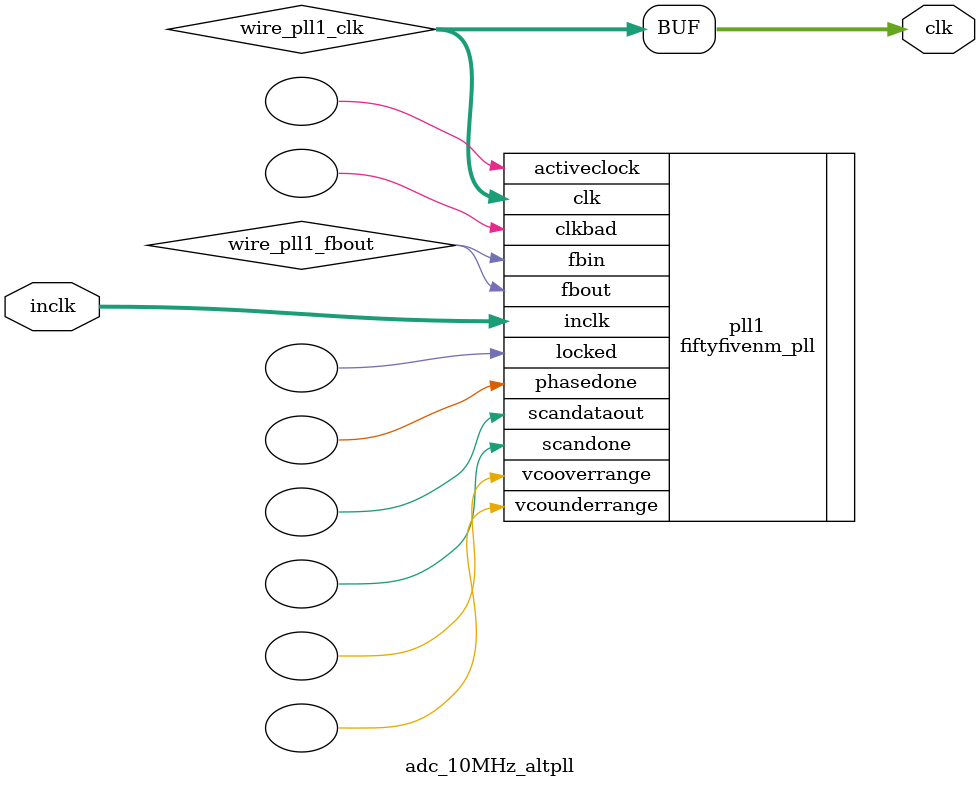
<source format=v>






//synthesis_resources = fiftyfivenm_pll 1 
//synopsys translate_off
`timescale 1 ps / 1 ps
//synopsys translate_on
module  adc_10MHz_altpll
	( 
	clk,
	inclk) /* synthesis synthesis_clearbox=1 */;
	output   [4:0]  clk;
	input   [1:0]  inclk;
`ifndef ALTERA_RESERVED_QIS
// synopsys translate_off
`endif
	tri0   [1:0]  inclk;
`ifndef ALTERA_RESERVED_QIS
// synopsys translate_on
`endif

	wire  [4:0]   wire_pll1_clk;
	wire  wire_pll1_fbout;

	fiftyfivenm_pll   pll1
	( 
	.activeclock(),
	.clk(wire_pll1_clk),
	.clkbad(),
	.fbin(wire_pll1_fbout),
	.fbout(wire_pll1_fbout),
	.inclk(inclk),
	.locked(),
	.phasedone(),
	.scandataout(),
	.scandone(),
	.vcooverrange(),
	.vcounderrange()
	`ifndef FORMAL_VERIFICATION
	// synopsys translate_off
	`endif
	,
	.areset(1'b0),
	.clkswitch(1'b0),
	.configupdate(1'b0),
	.pfdena(1'b1),
	.phasecounterselect({3{1'b0}}),
	.phasestep(1'b0),
	.phaseupdown(1'b0),
	.scanclk(1'b0),
	.scanclkena(1'b1),
	.scandata(1'b0)
	`ifndef FORMAL_VERIFICATION
	// synopsys translate_on
	`endif
	);
	defparam
		pll1.bandwidth_type = "auto",
		pll1.clk0_divide_by = 1,
		pll1.clk0_duty_cycle = 50,
		pll1.clk0_multiply_by = 1,
		pll1.clk0_phase_shift = "0",
		pll1.compensate_clock = "clk0",
		pll1.inclk0_input_frequency = 100000,
		pll1.operation_mode = "normal",
		pll1.pll_type = "auto",
		pll1.lpm_type = "fiftyfivenm_pll";
	assign
		clk = {wire_pll1_clk[4:0]};
endmodule //adc_10MHz_altpll
//VALID FILE

</source>
